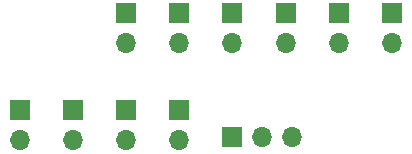
<source format=gbs>
%TF.GenerationSoftware,KiCad,Pcbnew,8.0.5*%
%TF.CreationDate,2024-12-11T18:44:50+10:00*%
%TF.ProjectId,powerSystem,706f7765-7253-4797-9374-656d2e6b6963,rev?*%
%TF.SameCoordinates,Original*%
%TF.FileFunction,Soldermask,Bot*%
%TF.FilePolarity,Negative*%
%FSLAX46Y46*%
G04 Gerber Fmt 4.6, Leading zero omitted, Abs format (unit mm)*
G04 Created by KiCad (PCBNEW 8.0.5) date 2024-12-11 18:44:50*
%MOMM*%
%LPD*%
G01*
G04 APERTURE LIST*
%ADD10O,1.700000X1.700000*%
%ADD11R,1.700000X1.700000*%
G04 APERTURE END LIST*
D10*
%TO.C,P3*%
X155700000Y-99361000D03*
D11*
X155700000Y-96821000D03*
%TD*%
D10*
%TO.C,P2*%
X151200000Y-99361000D03*
D11*
X151200000Y-96821000D03*
%TD*%
D10*
%TO.C,SIGOUT1*%
X169780000Y-99121000D03*
X167240000Y-99121000D03*
D11*
X164700000Y-99121000D03*
%TD*%
D10*
%TO.C,P4*%
X160200000Y-99361000D03*
D11*
X160200000Y-96821000D03*
%TD*%
D10*
%TO.C,SDI1*%
X155700000Y-91161000D03*
D11*
X155700000Y-88621000D03*
%TD*%
D10*
%TO.C,SDO2*%
X178200000Y-91161000D03*
D11*
X178200000Y-88621000D03*
%TD*%
D10*
%TO.C,PMI1*%
X164700000Y-91161000D03*
D11*
X164700000Y-88621000D03*
%TD*%
D10*
%TO.C,P1*%
X146700000Y-99361000D03*
D11*
X146700000Y-96821000D03*
%TD*%
D10*
%TO.C,SDI2*%
X173700000Y-91161000D03*
D11*
X173700000Y-88621000D03*
%TD*%
D10*
%TO.C,PMO1*%
X169200000Y-91161000D03*
D11*
X169200000Y-88621000D03*
%TD*%
D10*
%TO.C,SDO1*%
X160200000Y-91161000D03*
D11*
X160200000Y-88621000D03*
%TD*%
M02*

</source>
